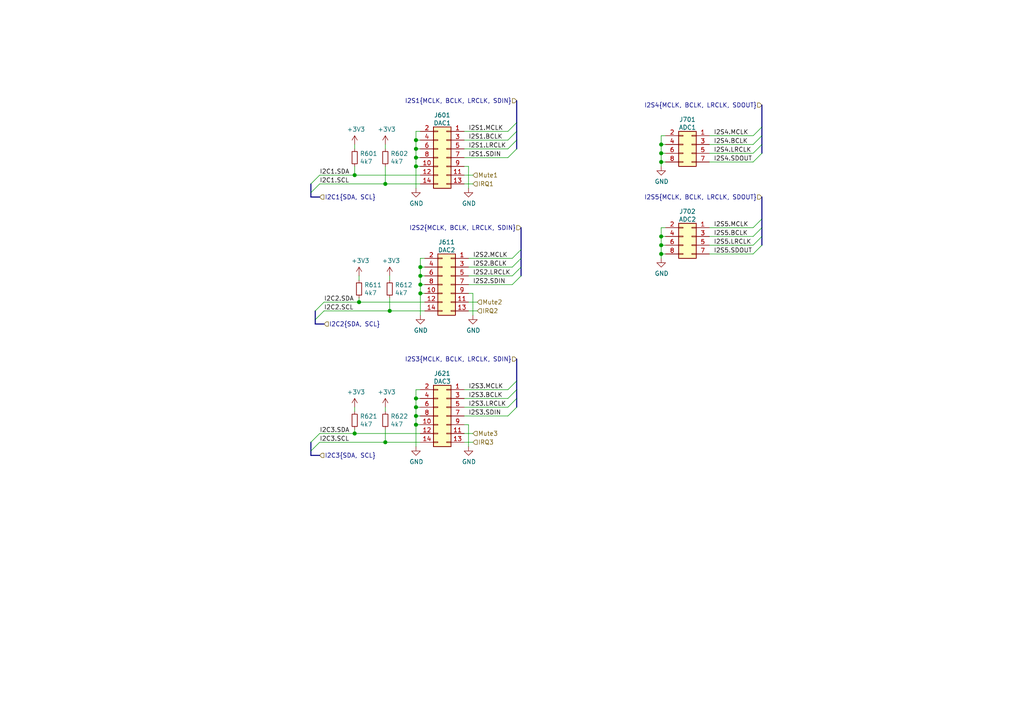
<source format=kicad_sch>
(kicad_sch (version 20211123) (generator eeschema)
  (paper "A4")
  (title_block (title "Mixer: FPGA board") (date "2021-03-28") (rev "1") (comment 1 "License: CC-BY-SA 4.0") (comment 2 "Author: Tobias Müller, twam.info"))
  (lib_symbols
    (symbol "Connector_Generic:Conn_02x04_Odd_Even" (pin_names (offset 1.016) hide)
      (property "Reference" "J" (at 1.27 5.08 0))
      (property "Value" "Conn_02x04_Odd_Even" (at 1.27 -7.62 0))
      (symbol "Conn_02x04_Odd_Even_1_1"
        (rectangle (start -1.27 -4.953) (end 0 -5.207) (stroke (width 0.1524)))
        (rectangle (start -1.27 -2.413) (end 0 -2.667) (stroke (width 0.1524)))
        (rectangle (start -1.27 0.127) (end 0 -0.127) (stroke (width 0.1524)))
        (rectangle (start -1.27 2.667) (end 0 2.413) (stroke (width 0.1524)))
        (rectangle (start -1.27 3.81) (end 3.81 -6.35) (stroke (width 0.254)) (fill (type background)))
        (rectangle (start 3.81 -4.953) (end 2.54 -5.207) (stroke (width 0.1524)))
        (rectangle (start 3.81 -2.413) (end 2.54 -2.667) (stroke (width 0.1524)))
        (rectangle (start 3.81 0.127) (end 2.54 -0.127) (stroke (width 0.1524)))
        (rectangle (start 3.81 2.667) (end 2.54 2.413) (stroke (width 0.1524)))
        (pin passive line (at -5.08 2.54 0) (length 3.81) (name "Pin_1") (number "1"))
        (pin passive line (at 7.62 2.54 180) (length 3.81) (name "Pin_2") (number "2"))
        (pin passive line (at -5.08 0 0) (length 3.81) (name "Pin_3") (number "3"))
        (pin passive line (at 7.62 0 180) (length 3.81) (name "Pin_4") (number "4"))
        (pin passive line (at -5.08 -2.54 0) (length 3.81) (name "Pin_5") (number "5"))
        (pin passive line (at 7.62 -2.54 180) (length 3.81) (name "Pin_6") (number "6"))
        (pin passive line (at -5.08 -5.08 0) (length 3.81) (name "Pin_7") (number "7"))
        (pin passive line (at 7.62 -5.08 180) (length 3.81) (name "Pin_8") (number "8"))
      )
    )
    (symbol "Connector_Generic:Conn_02x07_Odd_Even" (pin_names (offset 1.016) hide)
      (property "Reference" "J" (at 1.27 10.16 0))
      (property "Value" "Conn_02x07_Odd_Even" (at 1.27 -10.16 0))
      (symbol "Conn_02x07_Odd_Even_1_1"
        (rectangle (start -1.27 -7.493) (end 0 -7.747) (stroke (width 0.1524)))
        (rectangle (start -1.27 -4.953) (end 0 -5.207) (stroke (width 0.1524)))
        (rectangle (start -1.27 -2.413) (end 0 -2.667) (stroke (width 0.1524)))
        (rectangle (start -1.27 0.127) (end 0 -0.127) (stroke (width 0.1524)))
        (rectangle (start -1.27 2.667) (end 0 2.413) (stroke (width 0.1524)))
        (rectangle (start -1.27 5.207) (end 0 4.953) (stroke (width 0.1524)))
        (rectangle (start -1.27 7.747) (end 0 7.493) (stroke (width 0.1524)))
        (rectangle (start -1.27 8.89) (end 3.81 -8.89) (stroke (width 0.254)) (fill (type background)))
        (rectangle (start 3.81 -7.493) (end 2.54 -7.747) (stroke (width 0.1524)))
        (rectangle (start 3.81 -4.953) (end 2.54 -5.207) (stroke (width 0.1524)))
        (rectangle (start 3.81 -2.413) (end 2.54 -2.667) (stroke (width 0.1524)))
        (rectangle (start 3.81 0.127) (end 2.54 -0.127) (stroke (width 0.1524)))
        (rectangle (start 3.81 2.667) (end 2.54 2.413) (stroke (width 0.1524)))
        (rectangle (start 3.81 5.207) (end 2.54 4.953) (stroke (width 0.1524)))
        (rectangle (start 3.81 7.747) (end 2.54 7.493) (stroke (width 0.1524)))
        (pin passive line (at -5.08 7.62 0) (length 3.81) (name "Pin_1") (number "1"))
        (pin passive line (at 7.62 -2.54 180) (length 3.81) (name "Pin_10") (number "10"))
        (pin passive line (at -5.08 -5.08 0) (length 3.81) (name "Pin_11") (number "11"))
        (pin passive line (at 7.62 -5.08 180) (length 3.81) (name "Pin_12") (number "12"))
        (pin passive line (at -5.08 -7.62 0) (length 3.81) (name "Pin_13") (number "13"))
        (pin passive line (at 7.62 -7.62 180) (length 3.81) (name "Pin_14") (number "14"))
        (pin passive line (at 7.62 7.62 180) (length 3.81) (name "Pin_2") (number "2"))
        (pin passive line (at -5.08 5.08 0) (length 3.81) (name "Pin_3") (number "3"))
        (pin passive line (at 7.62 5.08 180) (length 3.81) (name "Pin_4") (number "4"))
        (pin passive line (at -5.08 2.54 0) (length 3.81) (name "Pin_5") (number "5"))
        (pin passive line (at 7.62 2.54 180) (length 3.81) (name "Pin_6") (number "6"))
        (pin passive line (at -5.08 0 0) (length 3.81) (name "Pin_7") (number "7"))
        (pin passive line (at 7.62 0 180) (length 3.81) (name "Pin_8") (number "8"))
        (pin passive line (at -5.08 -2.54 0) (length 3.81) (name "Pin_9") (number "9"))
      )
    )
    (symbol "Mainboard-rescue:+3V3-power" (power) (pin_names (offset 0))
      (property "Value" "+3V3-power" (at 0 3.556 0))
      (symbol "+3V3-power_0_1"
        (polyline (pts (xy -0.762 1.27) (xy 0 2.54)))
        (polyline (pts (xy 0 0) (xy 0 2.54)))
        (polyline (pts (xy 0 2.54) (xy 0.762 1.27)))
      )
      (symbol "+3V3-power_1_1"
        (pin power_in line (at 0 0 90) (length 0) hide (name "+3V3") (number "1"))
      )
    )
    (symbol "Mainboard-rescue:GND-power" (power) (pin_names (offset 0))
      (property "Value" "GND-power" (at 0 -3.81 0))
      (symbol "GND-power_0_1"
        (polyline (pts (xy 0 0) (xy 0 -1.27) (xy 1.27 -1.27) (xy 0 -2.54) (xy -1.27 -1.27) (xy 0 -1.27)))
      )
      (symbol "GND-power_1_1"
        (pin power_in line (at 0 0 270) (length 0) hide (name "GND") (number "1"))
      )
    )
    (symbol "Mainboard-rescue:R_Small-Device" (pin_numbers hide) (pin_names (offset 0.254) hide)
      (property "Reference" "R" (at 0.762 0.508 0))
      (property "Value" "R_Small-Device" (at 0.762 -1.016 0))
      (symbol "R_Small-Device_0_1"
        (rectangle (start -0.762 1.778) (end 0.762 -1.778) (stroke (width 0.2032)))
      )
      (symbol "R_Small-Device_1_1"
        (pin passive line (at 0 2.54 270) (length 0.762) (name "~") (number "1"))
        (pin passive line (at 0 -2.54 90) (length 0.762) (name "~") (number "2"))
      )
    )
  )
  (junction (at 120.65 45.72) (diameter 1.016))
  (junction (at 121.92 82.55) (diameter 1.016))
  (junction (at 120.65 48.26) (diameter 1.016))
  (junction (at 120.65 123.19) (diameter 1.016))
  (junction (at 191.77 71.12) (diameter 1.016))
  (junction (at 113.03 90.17) (diameter 1.016))
  (junction (at 102.87 50.8) (diameter 1.016))
  (junction (at 121.92 77.47) (diameter 1.016))
  (junction (at 120.65 115.57) (diameter 1.016))
  (junction (at 191.77 73.66) (diameter 1.016))
  (junction (at 104.14 87.63) (diameter 1.016))
  (junction (at 120.65 118.11) (diameter 1.016))
  (junction (at 191.77 44.45) (diameter 1.016))
  (junction (at 121.92 80.01) (diameter 1.016))
  (junction (at 111.76 53.34) (diameter 1.016))
  (junction (at 191.77 68.58) (diameter 1.016))
  (junction (at 191.77 46.99) (diameter 1.016))
  (junction (at 120.65 120.65) (diameter 1.016))
  (junction (at 102.87 125.73) (diameter 1.016))
  (junction (at 120.65 43.18) (diameter 1.016))
  (junction (at 121.92 85.09) (diameter 1.016))
  (junction (at 120.65 40.64) (diameter 1.016))
  (junction (at 111.76 128.27) (diameter 1.016))
  (junction (at 191.77 41.91) (diameter 1.016))
  (bus_entry (at 149.86 115.57) (size -2.54 2.54) (stroke (width 0.1524)))
  (bus_entry (at 91.44 90.17) (size 2.54 -2.54) (stroke (width 0.1524)))
  (bus_entry (at 151.13 74.93) (size -2.54 2.54) (stroke (width 0.1524)))
  (bus_entry (at 220.98 71.12) (size -2.54 2.54) (stroke (width 0.1524)))
  (bus_entry (at 90.17 55.88) (size 2.54 -2.54) (stroke (width 0.1524)))
  (bus_entry (at 90.17 130.81) (size 2.54 -2.54) (stroke (width 0.1524)))
  (bus_entry (at 220.98 66.04) (size -2.54 2.54) (stroke (width 0.1524)))
  (bus_entry (at 149.86 113.03) (size -2.54 2.54) (stroke (width 0.1524)))
  (bus_entry (at 220.98 39.37) (size -2.54 2.54) (stroke (width 0.1524)))
  (bus_entry (at 151.13 72.39) (size -2.54 2.54) (stroke (width 0.1524)))
  (bus_entry (at 149.86 38.1) (size -2.54 2.54) (stroke (width 0.1524)))
  (bus_entry (at 220.98 63.5) (size -2.54 2.54) (stroke (width 0.1524)))
  (bus_entry (at 151.13 80.01) (size -2.54 2.54) (stroke (width 0.1524)))
  (bus_entry (at 220.98 41.91) (size -2.54 2.54) (stroke (width 0.1524)))
  (bus_entry (at 91.44 92.71) (size 2.54 -2.54) (stroke (width 0.1524)))
  (bus_entry (at 149.86 40.64) (size -2.54 2.54) (stroke (width 0.1524)))
  (bus_entry (at 151.13 77.47) (size -2.54 2.54) (stroke (width 0.1524)))
  (bus_entry (at 149.86 118.11) (size -2.54 2.54) (stroke (width 0.1524)))
  (bus_entry (at 90.17 128.27) (size 2.54 -2.54) (stroke (width 0.1524)))
  (bus_entry (at 90.17 53.34) (size 2.54 -2.54) (stroke (width 0.1524)))
  (bus_entry (at 220.98 44.45) (size -2.54 2.54) (stroke (width 0.1524)))
  (bus_entry (at 220.98 68.58) (size -2.54 2.54) (stroke (width 0.1524)))
  (bus_entry (at 220.98 36.83) (size -2.54 2.54) (stroke (width 0.1524)))
  (bus_entry (at 149.86 110.49) (size -2.54 2.54) (stroke (width 0.1524)))
  (bus_entry (at 149.86 43.18) (size -2.54 2.54) (stroke (width 0.1524)))
  (bus_entry (at 149.86 35.56) (size -2.54 2.54) (stroke (width 0.1524)))
  (bus (pts (xy 90.17 55.88) (xy 90.17 57.15)))
  (bus (pts (xy 220.98 39.37) (xy 220.98 41.91)))
  (wire (pts (xy 191.77 71.12) (xy 191.77 73.66)))
  (wire (pts (xy 121.92 77.47) (xy 121.92 80.01)))
  (wire (pts (xy 102.87 48.26) (xy 102.87 50.8)))
  (wire (pts (xy 191.77 44.45) (xy 191.77 46.99)))
  (wire (pts (xy 191.77 73.66) (xy 191.77 74.93)))
  (wire (pts (xy 93.98 90.17) (xy 113.03 90.17)))
  (wire (pts (xy 113.03 90.17) (xy 123.19 90.17)))
  (wire (pts (xy 123.19 74.93) (xy 121.92 74.93)))
  (wire (pts (xy 111.76 41.91) (xy 111.76 43.18)))
  (wire (pts (xy 193.04 39.37) (xy 191.77 39.37)))
  (bus (pts (xy 149.86 113.03) (xy 149.86 115.57)))
  (wire (pts (xy 134.62 120.65) (xy 147.32 120.65)))
  (wire (pts (xy 134.62 128.27) (xy 137.16 128.27)))
  (bus (pts (xy 149.86 110.49) (xy 149.86 113.03)))
  (wire (pts (xy 121.92 80.01) (xy 123.19 80.01)))
  (wire (pts (xy 120.65 115.57) (xy 121.92 115.57)))
  (wire (pts (xy 121.92 82.55) (xy 121.92 85.09)))
  (wire (pts (xy 121.92 85.09) (xy 121.92 91.44)))
  (wire (pts (xy 191.77 39.37) (xy 191.77 41.91)))
  (wire (pts (xy 120.65 45.72) (xy 121.92 45.72)))
  (bus (pts (xy 151.13 72.39) (xy 151.13 74.93)))
  (wire (pts (xy 135.89 87.63) (xy 138.43 87.63)))
  (wire (pts (xy 135.89 90.17) (xy 138.43 90.17)))
  (wire (pts (xy 92.71 128.27) (xy 111.76 128.27)))
  (wire (pts (xy 111.76 128.27) (xy 121.92 128.27)))
  (wire (pts (xy 135.89 85.09) (xy 137.16 85.09)))
  (wire (pts (xy 137.16 85.09) (xy 137.16 91.44)))
  (wire (pts (xy 134.62 43.18) (xy 147.32 43.18)))
  (wire (pts (xy 120.65 113.03) (xy 120.65 115.57)))
  (wire (pts (xy 193.04 44.45) (xy 191.77 44.45)))
  (wire (pts (xy 113.03 86.36) (xy 113.03 90.17)))
  (wire (pts (xy 111.76 124.46) (xy 111.76 128.27)))
  (wire (pts (xy 134.62 125.73) (xy 137.16 125.73)))
  (wire (pts (xy 134.62 113.03) (xy 147.32 113.03)))
  (bus (pts (xy 220.98 63.5) (xy 220.98 66.04)))
  (wire (pts (xy 135.89 82.55) (xy 148.59 82.55)))
  (wire (pts (xy 120.65 43.18) (xy 121.92 43.18)))
  (wire (pts (xy 134.62 45.72) (xy 147.32 45.72)))
  (bus (pts (xy 149.86 35.56) (xy 149.86 38.1)))
  (wire (pts (xy 120.65 123.19) (xy 121.92 123.19)))
  (wire (pts (xy 104.14 86.36) (xy 104.14 87.63)))
  (bus (pts (xy 220.98 66.04) (xy 220.98 68.58)))
  (wire (pts (xy 121.92 113.03) (xy 120.65 113.03)))
  (wire (pts (xy 193.04 41.91) (xy 191.77 41.91)))
  (wire (pts (xy 120.65 48.26) (xy 121.92 48.26)))
  (wire (pts (xy 120.65 115.57) (xy 120.65 118.11)))
  (wire (pts (xy 92.71 50.8) (xy 102.87 50.8)))
  (wire (pts (xy 102.87 50.8) (xy 121.92 50.8)))
  (wire (pts (xy 135.89 74.93) (xy 148.59 74.93)))
  (wire (pts (xy 134.62 38.1) (xy 147.32 38.1)))
  (wire (pts (xy 92.71 53.34) (xy 111.76 53.34)))
  (wire (pts (xy 111.76 53.34) (xy 121.92 53.34)))
  (wire (pts (xy 120.65 118.11) (xy 121.92 118.11)))
  (wire (pts (xy 113.03 80.01) (xy 113.03 81.28)))
  (wire (pts (xy 134.62 48.26) (xy 135.89 48.26)))
  (wire (pts (xy 135.89 54.61) (xy 135.89 48.26)))
  (wire (pts (xy 111.76 48.26) (xy 111.76 53.34)))
  (wire (pts (xy 111.76 118.11) (xy 111.76 119.38)))
  (wire (pts (xy 121.92 77.47) (xy 123.19 77.47)))
  (bus (pts (xy 151.13 77.47) (xy 151.13 80.01)))
  (bus (pts (xy 149.86 115.57) (xy 149.86 118.11)))
  (bus (pts (xy 90.17 53.34) (xy 90.17 55.88)))
  (bus (pts (xy 90.17 57.15) (xy 92.71 57.15)))
  (wire (pts (xy 191.77 46.99) (xy 193.04 46.99)))
  (wire (pts (xy 120.65 120.65) (xy 121.92 120.65)))
  (wire (pts (xy 102.87 124.46) (xy 102.87 125.73)))
  (wire (pts (xy 191.77 46.99) (xy 191.77 48.26)))
  (wire (pts (xy 134.62 118.11) (xy 147.32 118.11)))
  (bus (pts (xy 149.86 104.14) (xy 149.86 110.49)))
  (wire (pts (xy 134.62 40.64) (xy 147.32 40.64)))
  (wire (pts (xy 191.77 68.58) (xy 191.77 71.12)))
  (wire (pts (xy 135.89 80.01) (xy 148.59 80.01)))
  (wire (pts (xy 205.74 46.99) (xy 218.44 46.99)))
  (wire (pts (xy 104.14 80.01) (xy 104.14 81.28)))
  (wire (pts (xy 121.92 38.1) (xy 120.65 38.1)))
  (wire (pts (xy 120.65 43.18) (xy 120.65 45.72)))
  (wire (pts (xy 102.87 41.91) (xy 102.87 43.18)))
  (bus (pts (xy 90.17 130.81) (xy 90.17 132.08)))
  (bus (pts (xy 91.44 92.71) (xy 91.44 93.98)))
  (bus (pts (xy 151.13 74.93) (xy 151.13 77.47)))
  (wire (pts (xy 193.04 71.12) (xy 191.77 71.12)))
  (bus (pts (xy 90.17 128.27) (xy 90.17 130.81)))
  (bus (pts (xy 90.17 132.08) (xy 92.71 132.08)))
  (wire (pts (xy 205.74 66.04) (xy 218.44 66.04)))
  (bus (pts (xy 151.13 66.04) (xy 151.13 72.39)))
  (wire (pts (xy 205.74 71.12) (xy 218.44 71.12)))
  (bus (pts (xy 149.86 29.21) (xy 149.86 35.56)))
  (bus (pts (xy 220.98 57.15) (xy 220.98 63.5)))
  (wire (pts (xy 205.74 68.58) (xy 218.44 68.58)))
  (bus (pts (xy 220.98 41.91) (xy 220.98 44.45)))
  (wire (pts (xy 191.77 41.91) (xy 191.77 44.45)))
  (wire (pts (xy 102.87 118.11) (xy 102.87 119.38)))
  (bus (pts (xy 220.98 30.48) (xy 220.98 36.83)))
  (bus (pts (xy 220.98 68.58) (xy 220.98 71.12)))
  (wire (pts (xy 121.92 74.93) (xy 121.92 77.47)))
  (wire (pts (xy 134.62 53.34) (xy 137.16 53.34)))
  (wire (pts (xy 205.74 73.66) (xy 218.44 73.66)))
  (wire (pts (xy 120.65 45.72) (xy 120.65 48.26)))
  (wire (pts (xy 120.65 48.26) (xy 120.65 54.61)))
  (wire (pts (xy 120.65 40.64) (xy 120.65 43.18)))
  (wire (pts (xy 121.92 82.55) (xy 123.19 82.55)))
  (wire (pts (xy 134.62 50.8) (xy 137.16 50.8)))
  (wire (pts (xy 193.04 68.58) (xy 191.77 68.58)))
  (wire (pts (xy 205.74 41.91) (xy 218.44 41.91)))
  (wire (pts (xy 134.62 123.19) (xy 135.89 123.19)))
  (wire (pts (xy 135.89 123.19) (xy 135.89 129.54)))
  (wire (pts (xy 93.98 87.63) (xy 104.14 87.63)))
  (wire (pts (xy 104.14 87.63) (xy 123.19 87.63)))
  (wire (pts (xy 120.65 40.64) (xy 121.92 40.64)))
  (wire (pts (xy 193.04 66.04) (xy 191.77 66.04)))
  (wire (pts (xy 121.92 85.09) (xy 123.19 85.09)))
  (bus (pts (xy 149.86 40.64) (xy 149.86 43.18)))
  (bus (pts (xy 149.86 38.1) (xy 149.86 40.64)))
  (wire (pts (xy 205.74 39.37) (xy 218.44 39.37)))
  (bus (pts (xy 220.98 36.83) (xy 220.98 39.37)))
  (wire (pts (xy 92.71 125.73) (xy 102.87 125.73)))
  (wire (pts (xy 102.87 125.73) (xy 121.92 125.73)))
  (wire (pts (xy 121.92 80.01) (xy 121.92 82.55)))
  (wire (pts (xy 191.77 66.04) (xy 191.77 68.58)))
  (wire (pts (xy 191.77 73.66) (xy 193.04 73.66)))
  (wire (pts (xy 135.89 77.47) (xy 148.59 77.47)))
  (wire (pts (xy 205.74 44.45) (xy 218.44 44.45)))
  (wire (pts (xy 120.65 118.11) (xy 120.65 120.65)))
  (wire (pts (xy 120.65 120.65) (xy 120.65 123.19)))
  (wire (pts (xy 120.65 123.19) (xy 120.65 129.54)))
  (wire (pts (xy 120.65 38.1) (xy 120.65 40.64)))
  (bus (pts (xy 91.44 90.17) (xy 91.44 92.71)))
  (wire (pts (xy 134.62 115.57) (xy 147.32 115.57)))
  (bus (pts (xy 91.44 93.98) (xy 93.98 93.98)))
  (label "I2S1.SDIN" (at 135.89 45.72 0))
  (label "I2S2.MCLK" (at 137.16 74.93 0))
  (label "I2C3.SCL" (at 92.71 128.27 0))
  (label "I2S2.LRCLK" (at 137.16 80.01 0))
  (label "I2S5.MCLK" (at 207.01 66.04 0))
  (label "I2C2.SDA" (at 93.98 87.63 0))
  (label "I2S3.BCLK" (at 135.89 115.57 0))
  (label "I2S2.SDIN" (at 137.16 82.55 0))
  (label "I2S2.BCLK" (at 137.16 77.47 0))
  (label "I2S3.LRCLK" (at 135.89 118.11 0))
  (label "I2S5.LRCLK" (at 207.01 71.12 0))
  (label "I2S1.MCLK" (at 135.89 38.1 0))
  (label "I2C1.SCL" (at 92.71 53.34 0))
  (label "I2S3.MCLK" (at 135.89 113.03 0))
  (label "I2S5.SDOUT" (at 207.01 73.66 0))
  (label "I2S5.BCLK" (at 207.01 68.58 0))
  (label "I2S4.BCLK" (at 207.01 41.91 0))
  (label "I2C3.SDA" (at 92.71 125.73 0))
  (label "I2S4.MCLK" (at 207.01 39.37 0))
  (label "I2C1.SDA" (at 92.71 50.8 0))
  (label "I2S1.LRCLK" (at 135.89 43.18 0))
  (label "I2S4.LRCLK" (at 207.01 44.45 0))
  (label "I2S3.SDIN" (at 135.89 120.65 0))
  (label "I2C2.SCL" (at 93.98 90.17 0))
  (label "I2S4.SDOUT" (at 207.01 46.99 0))
  (label "I2S1.BCLK" (at 135.89 40.64 0))
  (hierarchical_label "I2S2{MCLK, BCLK, LRCLK, SDIN}" (shape input) (at 151.13 66.04 180))
  (hierarchical_label "Mute3" (shape input) (at 137.16 125.73 0))
  (hierarchical_label "Mute1" (shape input) (at 137.16 50.8 0))
  (hierarchical_label "I2C2{SDA, SCL}" (shape input) (at 93.98 93.98 0))
  (hierarchical_label "I2S5{MCLK, BCLK, LRCLK, SDOUT}" (shape input) (at 220.98 57.15 180))
  (hierarchical_label "I2S3{MCLK, BCLK, LRCLK, SDIN}" (shape input) (at 149.86 104.14 180))
  (hierarchical_label "Mute2" (shape input) (at 138.43 87.63 0))
  (hierarchical_label "I2C3{SDA, SCL}" (shape input) (at 92.71 132.08 0))
  (hierarchical_label "I2C1{SDA, SCL}" (shape input) (at 92.71 57.15 0))
  (hierarchical_label "I2S4{MCLK, BCLK, LRCLK, SDOUT}" (shape input) (at 220.98 30.48 180))
  (hierarchical_label "I2S1{MCLK, BCLK, LRCLK, SDIN}" (shape input) (at 149.86 29.21 180))
  (hierarchical_label "IRQ1" (shape input) (at 137.16 53.34 0))
  (hierarchical_label "IRQ3" (shape input) (at 137.16 128.27 0))
  (hierarchical_label "IRQ2" (shape input) (at 138.43 90.17 0))
  (symbol (lib_id "Mainboard-rescue:GND-power") (at 120.65 54.61 0) (unit 1)
    (property "Reference" "#PWR0199" (effects hide))
    (property "Value" "GND" (at 120.777 59.0042 0))
  )
  (symbol (lib_id "Mainboard-rescue:GND-power") (at 121.92 91.44 0) (unit 1)
    (property "Reference" "#PWR0200" (effects hide))
    (property "Value" "GND" (at 122.047 95.8342 0))
  )
  (symbol (lib_id "Mainboard-rescue:GND-power") (at 120.65 129.54 0) (unit 1)
    (property "Reference" "#PWR0201" (effects hide))
    (property "Value" "GND" (at 120.777 133.9342 0))
  )
  (symbol (lib_id "Mainboard-rescue:R_Small-Device") (at 102.87 45.72 0) (unit 1)
    (property "Reference" "R601" (at 104.3686 44.5516 0) (effects (justify left)))
    (property "Value" "4k7" (at 104.3686 46.863 0) (effects (justify left)))
    (property "Footprint" "Resistor_SMD:R_0402_1005Metric" (effects hide))
    (property "LCSC" "C25900" (effects hide))
  )
  (symbol (lib_id "Mainboard-rescue:+3V3-power") (at 102.87 41.91 0) (unit 1)
    (property "Reference" "#PWR0115" (effects hide))
    (property "Value" "+3V3" (at 103.251 37.5158 0))
  )
  (symbol (lib_id "Mainboard-rescue:R_Small-Device") (at 111.76 45.72 0) (unit 1)
    (property "Reference" "R602" (at 113.2586 44.5516 0) (effects (justify left)))
    (property "Value" "4k7" (at 113.2586 46.863 0) (effects (justify left)))
    (property "Footprint" "Resistor_SMD:R_0402_1005Metric" (effects hide))
    (property "LCSC" "C25900" (effects hide))
  )
  (symbol (lib_id "Mainboard-rescue:+3V3-power") (at 111.76 41.91 0) (unit 1)
    (property "Reference" "#PWR0116" (effects hide))
    (property "Value" "+3V3" (at 112.141 37.5158 0))
  )
  (symbol (lib_id "Mainboard-rescue:R_Small-Device") (at 104.14 83.82 0) (unit 1)
    (property "Reference" "R611" (at 105.6386 82.6516 0) (effects (justify left)))
    (property "Value" "4k7" (at 105.6386 84.963 0) (effects (justify left)))
    (property "Footprint" "Resistor_SMD:R_0402_1005Metric" (effects hide))
    (property "LCSC" "C25900" (effects hide))
  )
  (symbol (lib_id "Mainboard-rescue:+3V3-power") (at 104.14 80.01 0) (unit 1)
    (property "Reference" "#PWR0117" (effects hide))
    (property "Value" "+3V3" (at 104.521 75.6158 0))
  )
  (symbol (lib_id "Mainboard-rescue:R_Small-Device") (at 113.03 83.82 0) (unit 1)
    (property "Reference" "R612" (at 114.5286 82.6516 0) (effects (justify left)))
    (property "Value" "4k7" (at 114.5286 84.963 0) (effects (justify left)))
    (property "Footprint" "Resistor_SMD:R_0402_1005Metric" (effects hide))
    (property "LCSC" "C25900" (effects hide))
  )
  (symbol (lib_id "Mainboard-rescue:+3V3-power") (at 113.03 80.01 0) (unit 1)
    (property "Reference" "#PWR0118" (effects hide))
    (property "Value" "+3V3" (at 113.411 75.6158 0))
  )
  (symbol (lib_id "Mainboard-rescue:R_Small-Device") (at 102.87 121.92 0) (unit 1)
    (property "Reference" "R621" (at 104.3686 120.7516 0) (effects (justify left)))
    (property "Value" "4k7" (at 104.3686 123.063 0) (effects (justify left)))
    (property "Footprint" "Resistor_SMD:R_0402_1005Metric" (effects hide))
    (property "LCSC" "C25900" (effects hide))
  )
  (symbol (lib_id "Mainboard-rescue:+3V3-power") (at 102.87 118.11 0) (unit 1)
    (property "Reference" "#PWR0119" (effects hide))
    (property "Value" "+3V3" (at 103.251 113.7158 0))
  )
  (symbol (lib_id "Mainboard-rescue:R_Small-Device") (at 111.76 121.92 0) (unit 1)
    (property "Reference" "R622" (at 113.2586 120.7516 0) (effects (justify left)))
    (property "Value" "4k7" (at 113.2586 123.063 0) (effects (justify left)))
    (property "Footprint" "Resistor_SMD:R_0402_1005Metric" (effects hide))
    (property "LCSC" "C25900" (effects hide))
  )
  (symbol (lib_id "Mainboard-rescue:+3V3-power") (at 111.76 118.11 0) (unit 1)
    (property "Reference" "#PWR0120" (effects hide))
    (property "Value" "+3V3" (at 112.141 113.7158 0))
  )
  (symbol (lib_id "Connector_Generic:Conn_02x07_Odd_Even") (at 130.81 82.55 0) (mirror y) (unit 1)
    (property "Reference" "J611" (at 129.54 70.2268 0))
    (property "Value" "DAC2" (at 129.54 72.5255 0))
    (property "Footprint" "Connector_PinHeader_2.54mm:PinHeader_2x07_P2.54mm_Vertical" (effects hide))
  )
  (symbol (lib_id "Connector_Generic:Conn_02x07_Odd_Even") (at 129.54 45.72 0) (mirror y) (unit 1)
    (property "Reference" "J601" (at 128.27 33.3968 0))
    (property "Value" "DAC1" (at 128.27 35.6955 0))
    (property "Footprint" "Connector_PinHeader_2.54mm:PinHeader_2x07_P2.54mm_Vertical" (effects hide))
  )
  (symbol (lib_id "Mainboard-rescue:GND-power") (at 137.16 91.44 0) (unit 1)
    (property "Reference" "#PWR0113" (effects hide))
    (property "Value" "GND" (at 137.287 95.8342 0))
  )
  (symbol (lib_id "Mainboard-rescue:GND-power") (at 135.89 129.54 0) (unit 1)
    (property "Reference" "#PWR0112" (effects hide))
    (property "Value" "GND" (at 136.017 133.9342 0))
  )
  (symbol (lib_id "Mainboard-rescue:GND-power") (at 191.77 48.26 0) (unit 1)
    (property "Reference" "#PWR0140" (effects hide))
    (property "Value" "GND" (at 191.897 52.6542 0))
  )
  (symbol (lib_id "Mainboard-rescue:GND-power") (at 191.77 74.93 0) (unit 1)
    (property "Reference" "#PWR0139" (effects hide))
    (property "Value" "GND" (at 191.897 79.3242 0))
  )
  (symbol (lib_id "Connector_Generic:Conn_02x04_Odd_Even") (at 200.66 41.91 0) (mirror y) (unit 1)
    (property "Reference" "J701" (at 199.39 34.6668 0))
    (property "Value" "ADC1" (at 199.39 36.9655 0))
    (property "Footprint" "Connector_PinHeader_2.54mm:PinHeader_2x04_P2.54mm_Vertical" (effects hide))
  )
  (symbol (lib_id "Mainboard-rescue:GND-power") (at 135.89 54.61 0) (unit 1)
    (property "Reference" "#PWR0114" (effects hide))
    (property "Value" "GND" (at 136.017 59.0042 0))
  )
  (symbol (lib_id "Connector_Generic:Conn_02x04_Odd_Even") (at 200.66 68.58 0) (mirror y) (unit 1)
    (property "Reference" "J702" (at 199.39 61.3368 0))
    (property "Value" "ADC2" (at 199.39 63.6355 0))
    (property "Footprint" "Connector_PinHeader_2.54mm:PinHeader_2x04_P2.54mm_Vertical" (effects hide))
  )
  (symbol (lib_id "Connector_Generic:Conn_02x07_Odd_Even") (at 129.54 120.65 0) (mirror y) (unit 1)
    (property "Reference" "J621" (at 128.27 108.3268 0))
    (property "Value" "DAC3" (at 128.27 110.6255 0))
    (property "Footprint" "Connector_PinHeader_2.54mm:PinHeader_2x07_P2.54mm_Vertical" (effects hide))
  )
)
</source>
